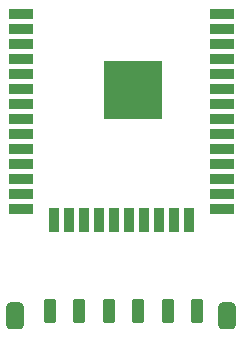
<source format=gbr>
%TF.GenerationSoftware,KiCad,Pcbnew,7.0.9-7.0.9~ubuntu22.04.1*%
%TF.CreationDate,2023-12-12T12:02:25+02:00*%
%TF.ProjectId,Haply_EE,4861706c-795f-4454-952e-6b696361645f,rev?*%
%TF.SameCoordinates,Original*%
%TF.FileFunction,Paste,Bot*%
%TF.FilePolarity,Positive*%
%FSLAX46Y46*%
G04 Gerber Fmt 4.6, Leading zero omitted, Abs format (unit mm)*
G04 Created by KiCad (PCBNEW 7.0.9-7.0.9~ubuntu22.04.1) date 2023-12-12 12:02:25*
%MOMM*%
%LPD*%
G01*
G04 APERTURE LIST*
G04 Aperture macros list*
%AMRoundRect*
0 Rectangle with rounded corners*
0 $1 Rounding radius*
0 $2 $3 $4 $5 $6 $7 $8 $9 X,Y pos of 4 corners*
0 Add a 4 corners polygon primitive as box body*
4,1,4,$2,$3,$4,$5,$6,$7,$8,$9,$2,$3,0*
0 Add four circle primitives for the rounded corners*
1,1,$1+$1,$2,$3*
1,1,$1+$1,$4,$5*
1,1,$1+$1,$6,$7*
1,1,$1+$1,$8,$9*
0 Add four rect primitives between the rounded corners*
20,1,$1+$1,$2,$3,$4,$5,0*
20,1,$1+$1,$4,$5,$6,$7,0*
20,1,$1+$1,$6,$7,$8,$9,0*
20,1,$1+$1,$8,$9,$2,$3,0*%
G04 Aperture macros list end*
%ADD10R,2.000000X0.900000*%
%ADD11R,0.900000X2.000000*%
%ADD12R,5.000000X5.000000*%
%ADD13RoundRect,0.381000X0.381000X-0.762000X0.381000X0.762000X-0.381000X0.762000X-0.381000X-0.762000X0*%
%ADD14RoundRect,0.050000X0.450000X0.950000X-0.450000X0.950000X-0.450000X-0.950000X0.450000X-0.950000X0*%
G04 APERTURE END LIST*
D10*
%TO.C,MOD1*%
X140400000Y-96230000D03*
X140400000Y-97500000D03*
X140400000Y-98770000D03*
X140400000Y-100040000D03*
X140400000Y-101310000D03*
X140400000Y-102580000D03*
X140400000Y-103850000D03*
X140400000Y-105120000D03*
X140400000Y-106390000D03*
X140400000Y-107660000D03*
X140400000Y-108930000D03*
X140400000Y-110200000D03*
X140400000Y-111470000D03*
X140400000Y-112740000D03*
D11*
X137615000Y-113740000D03*
X136345000Y-113740000D03*
X135075000Y-113740000D03*
X133805000Y-113740000D03*
X132535000Y-113740000D03*
X131265000Y-113740000D03*
X129995000Y-113740000D03*
X128725000Y-113740000D03*
X127455000Y-113740000D03*
X126185000Y-113740000D03*
D10*
X123400000Y-112740000D03*
X123400000Y-111470000D03*
X123400000Y-110200000D03*
X123400000Y-108930000D03*
X123400000Y-107660000D03*
X123400000Y-106390000D03*
X123400000Y-105120000D03*
X123400000Y-103850000D03*
X123400000Y-102580000D03*
X123400000Y-101310000D03*
X123400000Y-100040000D03*
X123400000Y-98770000D03*
X123400000Y-97500000D03*
X123400000Y-96230000D03*
D12*
X132900000Y-102730000D03*
%TD*%
D13*
%TO.C,BAT1*%
X122850000Y-121875000D03*
X140850000Y-121875000D03*
%TD*%
D14*
%TO.C,j3*%
X138310000Y-121412000D03*
X135810000Y-121412000D03*
X133310000Y-121412000D03*
X130810000Y-121412000D03*
X128310000Y-121412000D03*
X125810000Y-121412000D03*
%TD*%
M02*

</source>
